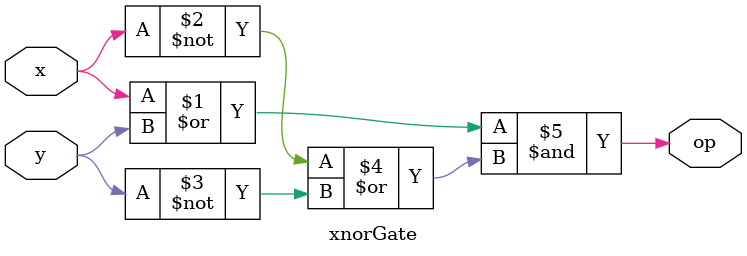
<source format=v>

module xnorGate(x, y, op);
input x, y;
output op;
assign op = (x|y)&(~(x)|~(y));
endmodule

</source>
